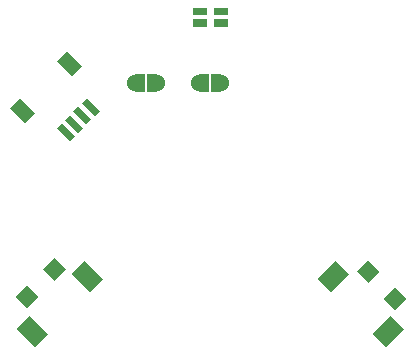
<source format=gbr>
G04 start of page 11 for group -4015 idx -4015 *
G04 Title: (unknown), toppaste *
G04 Creator: pcb 4.0.2 *
G04 CreationDate: Thu Apr 29 14:29:46 2021 UTC *
G04 For: petersen *
G04 Format: Gerber/RS-274X *
G04 PCB-Dimensions (mil): 2500.00 2500.00 *
G04 PCB-Coordinate-Origin: lower left *
%MOIN*%
%FSLAX25Y25*%
%LNTOPPASTE*%
%ADD65C,0.0600*%
%ADD64C,0.0001*%
G54D64*G36*
X67853Y109955D02*X63955Y113853D01*
X60052Y109950D01*
X63950Y106052D01*
X67853Y109955D01*
G37*
G36*
X76900Y119003D02*X73003Y122900D01*
X69100Y118997D01*
X72997Y115100D01*
X76900Y119003D01*
G37*
G36*
X64787Y103549D02*X60333Y99095D01*
X66458Y92971D01*
X70912Y97425D01*
X64787Y103549D01*
G37*
G36*
X83161Y121923D02*X78707Y117469D01*
X84831Y111344D01*
X89286Y115798D01*
X83161Y121923D01*
G37*
G36*
X177693Y122204D02*X173796Y118307D01*
X177699Y114404D01*
X181596Y118301D01*
X177693Y122204D01*
G37*
G36*
X186741Y113156D02*X182844Y109259D01*
X186746Y105356D01*
X190644Y109254D01*
X186741Y113156D01*
G37*
G36*
X171293Y117469D02*X166839Y121923D01*
X160714Y115798D01*
X165169Y111344D01*
X171293Y117469D01*
G37*
G36*
X189667Y99095D02*X185213Y103549D01*
X179088Y97425D01*
X183542Y92971D01*
X189667Y99095D01*
G37*
G54D65*X121600Y181000D03*
G54D64*G36*
X124600Y184000D02*X121600D01*
Y178000D01*
X124600D01*
Y184000D01*
G37*
G54D65*X128400Y181000D03*
G54D64*G36*
Y184000D02*X125400D01*
Y178000D01*
X128400D01*
Y184000D01*
G37*
G54D65*X100100Y181000D03*
G54D64*G36*
X103100Y184000D02*X100100D01*
Y178000D01*
X103100D01*
Y184000D01*
G37*
G54D65*X106900Y181000D03*
G54D64*G36*
Y184000D02*X103900D01*
Y178000D01*
X106900D01*
Y184000D01*
G37*
G36*
X119094Y202311D02*Y199949D01*
X123819D01*
Y202311D01*
X119094D01*
G37*
G36*
X126181D02*Y199949D01*
X130906D01*
Y202311D01*
X126181D01*
G37*
G36*
Y206051D02*Y203689D01*
X130906D01*
Y206051D01*
X126181D01*
G37*
G36*
X119094D02*Y203689D01*
X123819D01*
Y206051D01*
X119094D01*
G37*
G36*
X83854Y176168D02*X82183Y174498D01*
X86498Y170183D01*
X88168Y171854D01*
X83854Y176168D01*
G37*
G36*
X81070Y173384D02*X79399Y171714D01*
X83714Y167400D01*
X85384Y169070D01*
X81070Y173384D01*
G37*
G36*
X78286Y170601D02*X76616Y168930D01*
X80930Y164616D01*
X82600Y166286D01*
X78286Y170601D01*
G37*
G36*
X75502Y167817D02*X73832Y166146D01*
X78146Y161832D01*
X79817Y163502D01*
X75502Y167817D01*
G37*
G36*
X77172Y191758D02*X73832Y188418D01*
X78843Y183407D01*
X82183Y186747D01*
X77172Y191758D01*
G37*
G36*
X61582Y176168D02*X58242Y172828D01*
X63253Y167817D01*
X66593Y171157D01*
X61582Y176168D01*
G37*
M02*

</source>
